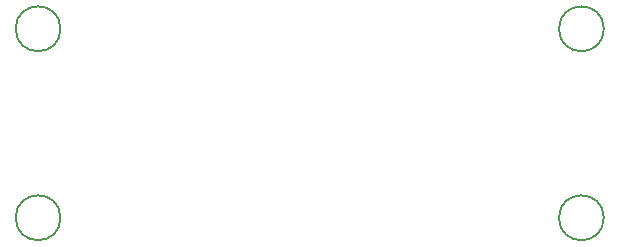
<source format=gbr>
%TF.GenerationSoftware,KiCad,Pcbnew,(6.0.6)*%
%TF.CreationDate,2022-07-10T21:22:37+02:00*%
%TF.ProjectId,GCode_Buttons_MCU,47436f64-655f-4427-9574-746f6e735f4d,rev?*%
%TF.SameCoordinates,Original*%
%TF.FileFunction,Other,Comment*%
%FSLAX46Y46*%
G04 Gerber Fmt 4.6, Leading zero omitted, Abs format (unit mm)*
G04 Created by KiCad (PCBNEW (6.0.6)) date 2022-07-10 21:22:37*
%MOMM*%
%LPD*%
G01*
G04 APERTURE LIST*
%ADD10C,0.150000*%
G04 APERTURE END LIST*
D10*
%TO.C,H1*%
X103900000Y-92000000D02*
G75*
G03*
X103900000Y-92000000I-1900000J0D01*
G01*
%TO.C,H2*%
X103900000Y-108000000D02*
G75*
G03*
X103900000Y-108000000I-1900000J0D01*
G01*
%TO.C,H3*%
X149900000Y-108000000D02*
G75*
G03*
X149900000Y-108000000I-1900000J0D01*
G01*
%TO.C,H4*%
X149900000Y-92000000D02*
G75*
G03*
X149900000Y-92000000I-1900000J0D01*
G01*
%TD*%
M02*

</source>
